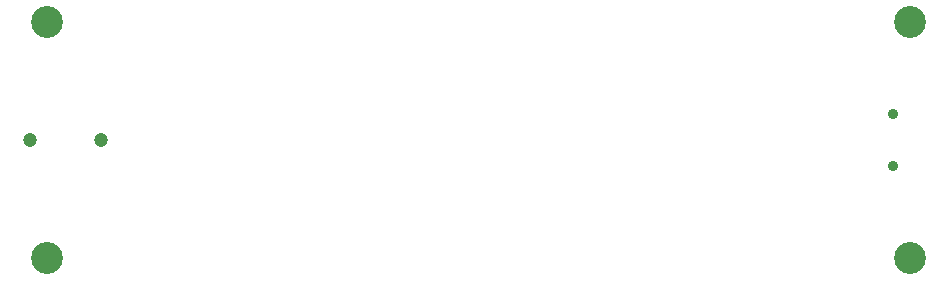
<source format=gbr>
%TF.GenerationSoftware,KiCad,Pcbnew,9.0.1*%
%TF.CreationDate,2025-05-09T23:00:38+01:00*%
%TF.ProjectId,aom-preamp,616f6d2d-7072-4656-916d-702e6b696361,rev?*%
%TF.SameCoordinates,Original*%
%TF.FileFunction,Soldermask,Bot*%
%TF.FilePolarity,Negative*%
%FSLAX46Y46*%
G04 Gerber Fmt 4.6, Leading zero omitted, Abs format (unit mm)*
G04 Created by KiCad (PCBNEW 9.0.1) date 2025-05-09 23:00:38*
%MOMM*%
%LPD*%
G01*
G04 APERTURE LIST*
%ADD10C,2.700000*%
%ADD11C,1.200000*%
%ADD12C,0.900000*%
G04 APERTURE END LIST*
D10*
%TO.C,M1*%
X95500000Y-79000000D03*
%TD*%
%TO.C,M4*%
X168500000Y-79000000D03*
%TD*%
%TO.C,M2*%
X95500000Y-99000000D03*
%TD*%
D11*
%TO.C,J4*%
X94000000Y-89000000D03*
X100000000Y-89000000D03*
%TD*%
D12*
%TO.C,J3*%
X167100000Y-91200000D03*
X167100000Y-86800000D03*
%TD*%
D10*
%TO.C,M3*%
X168500000Y-99000000D03*
%TD*%
M02*

</source>
